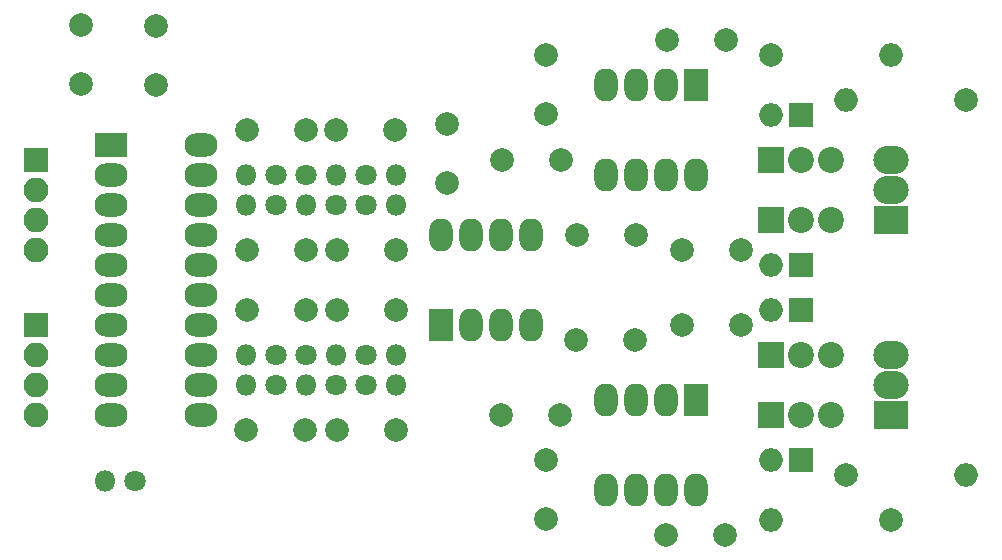
<source format=gbr>
G04 #@! TF.FileFunction,Soldermask,Top*
%FSLAX46Y46*%
G04 Gerber Fmt 4.6, Leading zero omitted, Abs format (unit mm)*
G04 Created by KiCad (PCBNEW 4.0.7) date 03/28/18 16:01:48*
%MOMM*%
%LPD*%
G01*
G04 APERTURE LIST*
%ADD10C,0.100000*%
%ADD11C,1.800000*%
%ADD12O,1.800000X1.800000*%
%ADD13C,2.000000*%
%ADD14R,2.000000X2.000000*%
%ADD15O,2.000000X2.000000*%
%ADD16R,2.200000X2.200000*%
%ADD17C,2.200000*%
%ADD18R,2.100000X2.100000*%
%ADD19O,2.100000X2.100000*%
%ADD20R,3.000000X2.400000*%
%ADD21O,3.000000X2.400000*%
%ADD22R,2.000000X2.800000*%
%ADD23O,2.000000X2.800000*%
%ADD24R,2.800000X2.000000*%
%ADD25O,2.800000X2.000000*%
G04 APERTURE END LIST*
D10*
D11*
X138430000Y-106680000D03*
D12*
X135890000Y-106680000D03*
D13*
X147828000Y-89582000D03*
X147828000Y-84582000D03*
X116840000Y-81200000D03*
X116840000Y-76200000D03*
X123190000Y-81280000D03*
X123190000Y-76280000D03*
X135890000Y-85090000D03*
X130890000Y-85090000D03*
X135890000Y-100330000D03*
X130890000Y-100330000D03*
X135890000Y-95250000D03*
X130890000Y-95250000D03*
X135810000Y-110490000D03*
X130810000Y-110490000D03*
X138510000Y-95250000D03*
X143510000Y-95250000D03*
X143430000Y-85090000D03*
X138430000Y-85090000D03*
X138510000Y-110490000D03*
X143510000Y-110490000D03*
X143510000Y-100330000D03*
X138510000Y-100330000D03*
X152480000Y-87630000D03*
X157480000Y-87630000D03*
X152400000Y-109220000D03*
X157400000Y-109220000D03*
X156210000Y-78740000D03*
X156210000Y-83740000D03*
X158830000Y-93980000D03*
X163830000Y-93980000D03*
X163750000Y-102870000D03*
X158750000Y-102870000D03*
X156210000Y-113030000D03*
X156210000Y-118030000D03*
X167720000Y-95250000D03*
X172720000Y-95250000D03*
X166450000Y-77470000D03*
X171450000Y-77470000D03*
X166370000Y-119380000D03*
X171370000Y-119380000D03*
X167720000Y-101600000D03*
X172720000Y-101600000D03*
D14*
X177800000Y-83820000D03*
D15*
X175260000Y-83820000D03*
D14*
X177800000Y-100330000D03*
D15*
X175260000Y-100330000D03*
D14*
X177800000Y-96520000D03*
D15*
X175260000Y-96520000D03*
D14*
X177800000Y-113030000D03*
D15*
X175260000Y-113030000D03*
D16*
X175260000Y-92710000D03*
D17*
X177800000Y-92710000D03*
X180340000Y-92710000D03*
D16*
X175260000Y-87630000D03*
D17*
X177800000Y-87630000D03*
X180340000Y-87630000D03*
D16*
X175260000Y-109220000D03*
D17*
X177800000Y-109220000D03*
X180340000Y-109220000D03*
D16*
X175260000Y-104140000D03*
D17*
X177800000Y-104140000D03*
X180340000Y-104140000D03*
D18*
X113030000Y-101600000D03*
D19*
X113030000Y-104140000D03*
X113030000Y-106680000D03*
X113030000Y-109220000D03*
D18*
X113030000Y-87630000D03*
D19*
X113030000Y-90170000D03*
X113030000Y-92710000D03*
X113030000Y-95250000D03*
D20*
X185420000Y-92710000D03*
D21*
X185420000Y-90170000D03*
X185420000Y-87630000D03*
D20*
X185420000Y-109220000D03*
D21*
X185420000Y-106680000D03*
X185420000Y-104140000D03*
D11*
X121412000Y-114808000D03*
D12*
X118872000Y-114808000D03*
D11*
X133350000Y-91440000D03*
D12*
X130810000Y-91440000D03*
D11*
X133350000Y-88900000D03*
D12*
X130810000Y-88900000D03*
D11*
X133350000Y-106680000D03*
D12*
X130810000Y-106680000D03*
D11*
X133350000Y-104140000D03*
D12*
X130810000Y-104140000D03*
D11*
X138430000Y-91440000D03*
D12*
X135890000Y-91440000D03*
D11*
X135890000Y-88900000D03*
D12*
X138430000Y-88900000D03*
D11*
X135890000Y-104140000D03*
D12*
X138430000Y-104140000D03*
D11*
X140970000Y-91440000D03*
D12*
X143510000Y-91440000D03*
D11*
X140970000Y-88900000D03*
D12*
X143510000Y-88900000D03*
D11*
X140970000Y-106680000D03*
D12*
X143510000Y-106680000D03*
D11*
X140970000Y-104140000D03*
D12*
X143510000Y-104140000D03*
D13*
X175260000Y-78740000D03*
D15*
X185420000Y-78740000D03*
D13*
X191770000Y-82550000D03*
D15*
X181610000Y-82550000D03*
D13*
X181610000Y-114300000D03*
D15*
X191770000Y-114300000D03*
D13*
X185420000Y-118110000D03*
D15*
X175260000Y-118110000D03*
D22*
X147320000Y-101600000D03*
D23*
X154940000Y-93980000D03*
X149860000Y-101600000D03*
X152400000Y-93980000D03*
X152400000Y-101600000D03*
X149860000Y-93980000D03*
X154940000Y-101600000D03*
X147320000Y-93980000D03*
D24*
X119380000Y-86360000D03*
D25*
X127000000Y-109220000D03*
X119380000Y-88900000D03*
X127000000Y-106680000D03*
X119380000Y-91440000D03*
X127000000Y-104140000D03*
X119380000Y-93980000D03*
X127000000Y-101600000D03*
X119380000Y-96520000D03*
X127000000Y-99060000D03*
X119380000Y-99060000D03*
X127000000Y-96520000D03*
X119380000Y-101600000D03*
X127000000Y-93980000D03*
X119380000Y-104140000D03*
X127000000Y-91440000D03*
X119380000Y-106680000D03*
X127000000Y-88900000D03*
X119380000Y-109220000D03*
X127000000Y-86360000D03*
D22*
X168910000Y-81280000D03*
D23*
X161290000Y-88900000D03*
X166370000Y-81280000D03*
X163830000Y-88900000D03*
X163830000Y-81280000D03*
X166370000Y-88900000D03*
X161290000Y-81280000D03*
X168910000Y-88900000D03*
D22*
X168910000Y-107950000D03*
D23*
X161290000Y-115570000D03*
X166370000Y-107950000D03*
X163830000Y-115570000D03*
X163830000Y-107950000D03*
X166370000Y-115570000D03*
X161290000Y-107950000D03*
X168910000Y-115570000D03*
M02*

</source>
